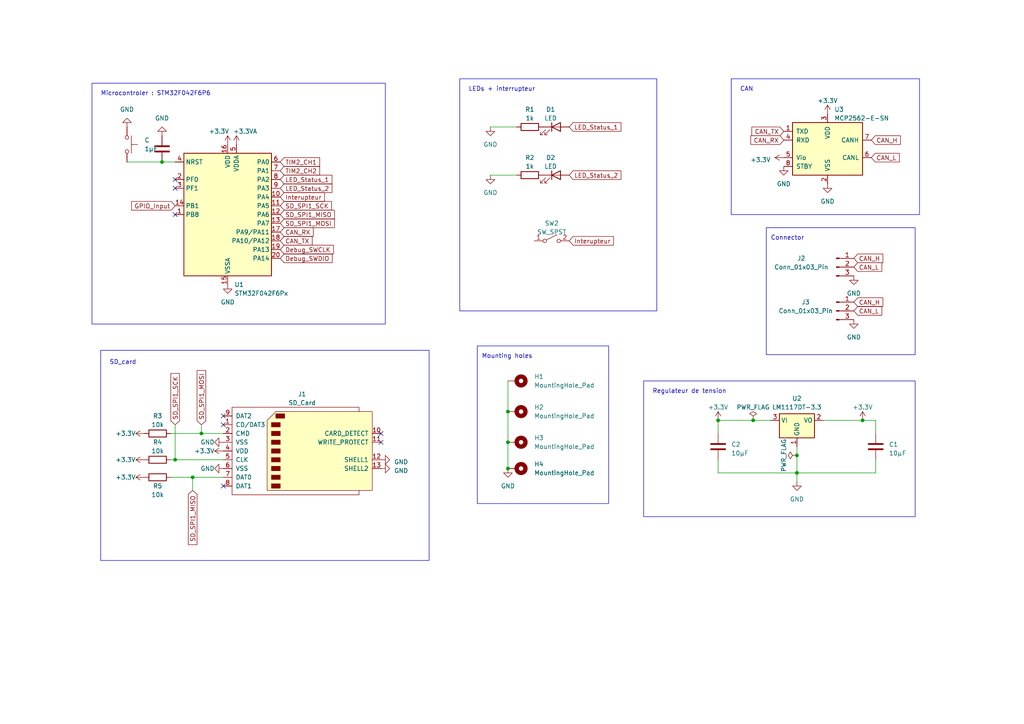
<source format=kicad_sch>
(kicad_sch (version 20230121) (generator eeschema)
  (paper "A4")
  (title_block (title "Datalogger_Projet1A") (date "2026-02-11") (rev "1.0") (company "ENSEA"))
  (lib_symbols
    (symbol "Connector:Conn_01x03_Pin" (pin_names (offset 1.016) hide)
      (property "Reference" "J" (at 0 5.08 0))
      (property "Value" "Conn_01x03_Pin" (at 0 -5.08 0))
      (symbol "Conn_01x03_Pin_1_1"
        (polyline (pts (xy 1.27 -2.54) (xy 0.8636 -2.54)) (stroke (width 0.1524)))
        (polyline (pts (xy 1.27 0) (xy 0.8636 0)) (stroke (width 0.1524)))
        (polyline (pts (xy 1.27 2.54) (xy 0.8636 2.54)) (stroke (width 0.1524)))
        (rectangle (start 0.8636 -2.413) (end 0 -2.667) (stroke (width 0.1524)) (fill (type outline)))
        (rectangle (start 0.8636 0.127) (end 0 -0.127) (stroke (width 0.1524)) (fill (type outline)))
        (rectangle (start 0.8636 2.667) (end 0 2.413) (stroke (width 0.1524)) (fill (type outline)))
        (pin passive line (at 5.08 2.54 180) (length 3.81) (name "Pin_1") (number "1"))
        (pin passive line (at 5.08 0 180) (length 3.81) (name "Pin_2") (number "2"))
        (pin passive line (at 5.08 -2.54 180) (length 3.81) (name "Pin_3") (number "3"))
      )
    )
    (symbol "Connector:SD_Card" (pin_names (offset 1.016))
      (property "Reference" "J" (at -16.51 13.97 0))
      (property "Value" "SD_Card" (at 15.24 -13.97 0))
      (symbol "SD_Card_0_1"
        (rectangle (start -8.89 -9.525) (end -6.35 -10.795) (fill (type outline)))
        (rectangle (start -8.89 -6.985) (end -6.35 -8.255) (fill (type outline)))
        (rectangle (start -8.89 -4.445) (end -6.35 -5.715) (fill (type outline)))
        (rectangle (start -8.89 -1.905) (end -6.35 -3.175) (fill (type outline)))
        (rectangle (start -8.89 0.635) (end -6.35 -0.635) (fill (type outline)))
        (rectangle (start -8.89 3.175) (end -6.35 1.905) (fill (type outline)))
        (rectangle (start -8.89 5.715) (end -6.35 4.445) (fill (type outline)))
        (rectangle (start -8.89 8.255) (end -6.35 6.985) (fill (type outline)))
        (rectangle (start -7.62 10.795) (end -5.08 9.525) (fill (type outline)))
        (polyline (pts (xy -10.16 8.89) (xy -7.62 11.43) (xy 20.32 11.43) (xy 20.32 -11.43) (xy -10.16 -11.43) (xy -10.16 8.89)) (fill (type background)))
        (polyline (pts (xy 16.51 11.43) (xy 16.51 12.7) (xy -20.32 12.7) (xy -20.32 -12.7) (xy 16.51 -12.7) (xy 16.51 -11.43)))
      )
      (symbol "SD_Card_1_1"
        (pin input line (at -22.86 7.62 0) (length 2.54) (name "CD/DAT3") (number "1"))
        (pin input line (at 22.86 5.08 180) (length 2.54) (name "CARD_DETECT") (number "10"))
        (pin input line (at 22.86 2.54 180) (length 2.54) (name "WRITE_PROTECT") (number "11"))
        (pin input line (at 22.86 -2.54 180) (length 2.54) (name "SHELL1") (number "12"))
        (pin input line (at 22.86 -5.08 180) (length 2.54) (name "SHELL2") (number "13"))
        (pin input line (at -22.86 5.08 0) (length 2.54) (name "CMD") (number "2"))
        (pin power_in line (at -22.86 2.54 0) (length 2.54) (name "VSS") (number "3"))
        (pin power_in line (at -22.86 0 0) (length 2.54) (name "VDD") (number "4"))
        (pin input line (at -22.86 -2.54 0) (length 2.54) (name "CLK") (number "5"))
        (pin power_in line (at -22.86 -5.08 0) (length 2.54) (name "VSS") (number "6"))
        (pin input line (at -22.86 -7.62 0) (length 2.54) (name "DAT0") (number "7"))
        (pin input line (at -22.86 -10.16 0) (length 2.54) (name "DAT1") (number "8"))
        (pin input line (at -22.86 10.16 0) (length 2.54) (name "DAT2") (number "9"))
      )
    )
    (symbol "Device:C" (pin_numbers hide) (pin_names (offset 0.254))
      (property "Reference" "C" (at 0.635 2.54 0))
      (property "Value" "C" (at 0.635 -2.54 0))
      (symbol "C_0_1"
        (polyline (pts (xy -2.032 -0.762) (xy 2.032 -0.762)) (stroke (width 0.508)))
        (polyline (pts (xy -2.032 0.762) (xy 2.032 0.762)) (stroke (width 0.508)))
      )
      (symbol "C_1_1"
        (pin passive line (at 0 3.81 270) (length 2.794) (name "~") (number "1"))
        (pin passive line (at 0 -3.81 90) (length 2.794) (name "~") (number "2"))
      )
    )
    (symbol "Device:LED" (pin_numbers hide) (pin_names (offset 1.016) hide)
      (property "Reference" "D" (at 0 2.54 0))
      (property "Value" "LED" (at 0 -2.54 0))
      (symbol "LED_0_1"
        (polyline (pts (xy -1.27 -1.27) (xy -1.27 1.27)) (stroke (width 0.254)))
        (polyline (pts (xy -1.27 0) (xy 1.27 0)))
        (polyline (pts (xy 1.27 -1.27) (xy 1.27 1.27) (xy -1.27 0) (xy 1.27 -1.27)) (stroke (width 0.254)))
        (polyline (pts (xy -3.048 -0.762) (xy -4.572 -2.286) (xy -3.81 -2.286) (xy -4.572 -2.286) (xy -4.572 -1.524)))
        (polyline (pts (xy -1.778 -0.762) (xy -3.302 -2.286) (xy -2.54 -2.286) (xy -3.302 -2.286) (xy -3.302 -1.524)))
      )
      (symbol "LED_1_1"
        (pin passive line (at -3.81 0 0) (length 2.54) (name "K") (number "1"))
        (pin passive line (at 3.81 0 180) (length 2.54) (name "A") (number "2"))
      )
    )
    (symbol "Device:R" (pin_numbers hide) (pin_names (offset 0))
      (property "Reference" "R" (at 2.032 0 90))
      (property "Value" "R" (at 0 0 90))
      (symbol "R_0_1"
        (rectangle (start -1.016 -2.54) (end 1.016 2.54) (stroke (width 0.254)))
      )
      (symbol "R_1_1"
        (pin passive line (at 0 3.81 270) (length 1.27) (name "~") (number "1"))
        (pin passive line (at 0 -3.81 90) (length 1.27) (name "~") (number "2"))
      )
    )
    (symbol "Interface_CAN_LIN:MCP2562-E-SN" (pin_names (offset 1.016))
      (property "Reference" "U" (at -10.16 8.89 0))
      (property "Value" "MCP2562-E-SN" (at 2.54 8.89 0))
      (symbol "MCP2562-E-SN_0_1"
        (rectangle (start -10.16 7.62) (end 10.16 -7.62) (stroke (width 0.254)) (fill (type background)))
      )
      (symbol "MCP2562-E-SN_1_1"
        (pin input line (at -12.7 5.08 0) (length 2.54) (name "TXD") (number "1"))
        (pin power_in line (at 0 -10.16 90) (length 2.54) (name "VSS") (number "2"))
        (pin power_in line (at 0 10.16 270) (length 2.54) (name "VDD") (number "3"))
        (pin output line (at -12.7 2.54 0) (length 2.54) (name "RXD") (number "4"))
        (pin power_in line (at -12.7 -2.54 0) (length 2.54) (name "Vio") (number "5"))
        (pin bidirectional line (at 12.7 -2.54 180) (length 2.54) (name "CANL") (number "6"))
        (pin bidirectional line (at 12.7 2.54 180) (length 2.54) (name "CANH") (number "7"))
        (pin input line (at -12.7 -5.08 0) (length 2.54) (name "STBY") (number "8"))
      )
    )
    (symbol "MCU_ST_STM32F0:STM32F042F6Px"
      (property "Reference" "U" (at -12.7 19.05 0))
      (property "Value" "STM32F042F6Px" (at 5.08 19.05 0))
      (symbol "STM32F042F6Px_0_1"
        (rectangle (start -12.7 -17.78) (end 12.7 17.78) (stroke (width 0.254)) (fill (type background)))
      )
      (symbol "STM32F042F6Px_1_1"
        (pin bidirectional line (at -15.24 0 0) (length 2.54) (name "PB8") (number "1"))
        (pin bidirectional line (at 15.24 5.08 180) (length 2.54) (name "PA4") (number "10"))
        (pin bidirectional line (at 15.24 2.54 180) (length 2.54) (name "PA5") (number "11"))
        (pin bidirectional line (at 15.24 0 180) (length 2.54) (name "PA6") (number "12"))
        (pin bidirectional line (at 15.24 -2.54 180) (length 2.54) (name "PA7") (number "13"))
        (pin bidirectional line (at -15.24 2.54 0) (length 2.54) (name "PB1") (number "14"))
        (pin power_in line (at 0 -20.32 90) (length 2.54) (name "VSSA") (number "15"))
        (pin power_in line (at 0 20.32 270) (length 2.54) (name "VDD") (number "16"))
        (pin bidirectional line (at 15.24 -5.08 180) (length 2.54) (name "PA9/PA11") (number "17"))
        (pin bidirectional line (at 15.24 -7.62 180) (length 2.54) (name "PA10/PA12") (number "18"))
        (pin bidirectional line (at 15.24 -10.16 180) (length 2.54) (name "PA13") (number "19"))
        (pin bidirectional line (at -15.24 10.16 0) (length 2.54) (name "PF0") (number "2"))
        (pin bidirectional line (at 15.24 -12.7 180) (length 2.54) (name "PA14") (number "20"))
        (pin bidirectional line (at -15.24 7.62 0) (length 2.54) (name "PF1") (number "3"))
        (pin input line (at -15.24 15.24 0) (length 2.54) (name "NRST") (number "4"))
        (pin power_in line (at 2.54 20.32 270) (length 2.54) (name "VDDA") (number "5"))
        (pin bidirectional line (at 15.24 15.24 180) (length 2.54) (name "PA0") (number "6"))
        (pin bidirectional line (at 15.24 12.7 180) (length 2.54) (name "PA1") (number "7"))
        (pin bidirectional line (at 15.24 10.16 180) (length 2.54) (name "PA2") (number "8"))
        (pin bidirectional line (at 15.24 7.62 180) (length 2.54) (name "PA3") (number "9"))
      )
    )
    (symbol "Mechanical:MountingHole_Pad" (pin_numbers hide) (pin_names (offset 1.016) hide)
      (property "Reference" "H" (at 0 6.35 0))
      (property "Value" "MountingHole_Pad" (at 0 4.445 0))
      (symbol "MountingHole_Pad_0_1"
        (circle (center 0 1.27) (radius 1.27) (stroke (width 1.27)))
      )
      (symbol "MountingHole_Pad_1_1"
        (pin input line (at 0 -2.54 90) (length 2.54) (name "1") (number "1"))
      )
    )
    (symbol "Regulator_Linear:LM1117DT-3.3"
      (property "Reference" "U" (at -3.81 3.175 0))
      (property "Value" "LM1117DT-3.3" (at 0 3.175 0))
      (symbol "LM1117DT-3.3_0_1"
        (rectangle (start -5.08 -5.08) (end 5.08 1.905) (stroke (width 0.254)) (fill (type background)))
      )
      (symbol "LM1117DT-3.3_1_1"
        (pin power_in line (at 0 -7.62 90) (length 2.54) (name "GND") (number "1"))
        (pin power_out line (at 7.62 0 180) (length 2.54) (name "VO") (number "2"))
        (pin power_in line (at -7.62 0 0) (length 2.54) (name "VI") (number "3"))
      )
    )
    (symbol "Switch:SW_Push" (pin_numbers hide) (pin_names (offset 1.016) hide)
      (property "Reference" "SW" (at 1.27 2.54 0))
      (property "Value" "SW_Push" (at 0 -1.524 0))
      (symbol "SW_Push_0_1"
        (circle (center -2.032 0) (radius 0.508))
        (polyline (pts (xy 0 1.27) (xy 0 3.048)))
        (polyline (pts (xy 2.54 1.27) (xy -2.54 1.27)))
        (circle (center 2.032 0) (radius 0.508))
        (pin passive line (at -5.08 0 0) (length 2.54) (name "1") (number "1"))
        (pin passive line (at 5.08 0 180) (length 2.54) (name "2") (number "2"))
      )
    )
    (symbol "Switch:SW_SPST" (pin_names (offset 0) hide)
      (property "Reference" "SW" (at 0 3.175 0))
      (property "Value" "SW_SPST" (at 0 -2.54 0))
      (symbol "SW_SPST_0_0"
        (circle (center -2.032 0) (radius 0.508))
        (polyline (pts (xy -1.524 0.254) (xy 1.524 1.778)))
        (circle (center 2.032 0) (radius 0.508))
      )
      (symbol "SW_SPST_1_1"
        (pin passive line (at -5.08 0 0) (length 2.54) (name "A") (number "1"))
        (pin passive line (at 5.08 0 180) (length 2.54) (name "B") (number "2"))
      )
    )
    (symbol "power:+3.3V" (power) (pin_names (offset 0))
      (property "Value" "+3.3V" (at 0 3.556 0))
      (symbol "+3.3V_0_1"
        (polyline (pts (xy -0.762 1.27) (xy 0 2.54)))
        (polyline (pts (xy 0 0) (xy 0 2.54)))
        (polyline (pts (xy 0 2.54) (xy 0.762 1.27)))
      )
      (symbol "+3.3V_1_1"
        (pin power_in line (at 0 0 90) (length 0) hide (name "+3.3V") (number "1"))
      )
    )
    (symbol "power:+3.3VA" (power) (pin_names (offset 0))
      (property "Value" "+3.3VA" (at 0 3.556 0))
      (symbol "+3.3VA_0_1"
        (polyline (pts (xy -0.762 1.27) (xy 0 2.54)))
        (polyline (pts (xy 0 0) (xy 0 2.54)))
        (polyline (pts (xy 0 2.54) (xy 0.762 1.27)))
      )
      (symbol "+3.3VA_1_1"
        (pin power_in line (at 0 0 90) (length 0) hide (name "+3.3VA") (number "1"))
      )
    )
    (symbol "power:GND" (power) (pin_names (offset 0))
      (property "Value" "GND" (at 0 -3.81 0))
      (symbol "GND_0_1"
        (polyline (pts (xy 0 0) (xy 0 -1.27) (xy 1.27 -1.27) (xy 0 -2.54) (xy -1.27 -1.27) (xy 0 -1.27)))
      )
      (symbol "GND_1_1"
        (pin power_in line (at 0 0 270) (length 0) hide (name "GND") (number "1"))
      )
    )
    (symbol "power:PWR_FLAG" (power) (pin_numbers hide) (pin_names (offset 0) hide)
      (property "Value" "PWR_FLAG" (at 0 3.81 0))
      (symbol "PWR_FLAG_0_0"
        (pin power_out line (at 0 0 90) (length 0) (name "pwr") (number "1"))
      )
      (symbol "PWR_FLAG_0_1"
        (polyline (pts (xy 0 0) (xy 0 1.27) (xy -1.016 1.905) (xy 0 2.54) (xy 1.016 1.905) (xy 0 1.27)))
      )
    )
  )
  (junction (at 218.44 121.92))
  (junction (at 50.8 133.35))
  (junction (at 55.88 138.43))
  (junction (at 147.32 119.38))
  (junction (at 208.28 121.92))
  (junction (at 250.19 121.92))
  (junction (at 231.14 132.08))
  (junction (at 147.32 128.27))
  (junction (at 58.42 125.73))
  (junction (at 231.14 137.16))
  (junction (at 147.32 135.89))
  (junction (at 46.99 46.99))
  (no_connect (at 64.77 123.19))
  (no_connect (at 64.77 140.97))
  (no_connect (at 50.8 62.23))
  (no_connect (at 50.8 54.61))
  (no_connect (at 110.49 128.27))
  (no_connect (at 64.77 120.65))
  (no_connect (at 50.8 52.07))
  (no_connect (at 110.49 125.73))
  (wire (pts (xy 231.14 129.54) (xy 231.14 132.08)))
  (wire (pts (xy 49.53 125.73) (xy 58.42 125.73)))
  (wire (pts (xy 208.28 125.73) (xy 208.28 121.92)))
  (wire (pts (xy 147.32 119.38) (xy 147.32 128.27)))
  (wire (pts (xy 231.14 132.08) (xy 231.14 137.16)))
  (wire (pts (xy 142.24 36.83) (xy 149.86 36.83)))
  (wire (pts (xy 218.44 121.92) (xy 223.52 121.92)))
  (wire (pts (xy 49.53 138.43) (xy 55.88 138.43)))
  (wire (pts (xy 55.88 138.43) (xy 55.88 142.24)))
  (wire (pts (xy 58.42 123.19) (xy 58.42 125.73)))
  (wire (pts (xy 55.88 138.43) (xy 64.77 138.43)))
  (wire (pts (xy 142.24 50.8) (xy 149.86 50.8)))
  (wire (pts (xy 231.14 137.16) (xy 254 137.16)))
  (wire (pts (xy 238.76 121.92) (xy 250.19 121.92)))
  (wire (pts (xy 208.28 137.16) (xy 231.14 137.16)))
  (wire (pts (xy 147.32 110.49) (xy 147.32 119.38)))
  (wire (pts (xy 254 137.16) (xy 254 133.35)))
  (wire (pts (xy 254 125.73) (xy 254 121.92)))
  (wire (pts (xy 46.99 46.99) (xy 50.8 46.99)))
  (wire (pts (xy 231.14 139.7) (xy 231.14 137.16)))
  (wire (pts (xy 36.83 46.99) (xy 46.99 46.99)))
  (wire (pts (xy 208.28 137.16) (xy 208.28 133.35)))
  (wire (pts (xy 50.8 123.19) (xy 50.8 133.35)))
  (wire (pts (xy 49.53 133.35) (xy 50.8 133.35)))
  (wire (pts (xy 50.8 133.35) (xy 64.77 133.35)))
  (wire (pts (xy 254 121.92) (xy 250.19 121.92)))
  (wire (pts (xy 208.28 121.92) (xy 218.44 121.92)))
  (wire (pts (xy 147.32 128.27) (xy 147.32 135.89)))
  (wire (pts (xy 58.42 125.73) (xy 64.77 125.73)))
  (rectangle (start 29.21 101.6) (end 124.46 162.56))
  (rectangle (start 133.35 22.86) (end 190.5 90.17))
  (rectangle (start 138.43 100.33) (end 176.53 146.05))
  (rectangle (start 26.67 24.13) (end 111.76 93.98))
  (rectangle (start 222.25 66.04) (end 265.43 102.87))
  (rectangle (start 212.09 22.86) (end 266.7 62.23))
  (rectangle (start 186.69 110.49) (end 265.43 149.86))
  (text "Mounting holes\n" (at 139.7 104.14 0) (effects (font (size 1.27 1.27)) (justify left bottom)))
  (text "SD_card\n\n" (at 31.75 107.95 0) (effects (font (size 1.27 1.27)) (justify left bottom)))
  (text "Connector\n" (at 223.52 69.85 0) (effects (font (size 1.27 1.27)) (justify left bottom)))
  (text "CAN\n" (at 214.63 26.67 0) (effects (font (size 1.27 1.27)) (justify left bottom)))
  (text "LEDs + interrupteur\n" (at 135.89 26.67 0) (effects (font (size 1.27 1.27)) (justify left bottom)))
  (text "Regulateur de tension\n" (at 189.23 114.3 0) (effects (font (size 1.27 1.27)) (justify left bottom)))
  (text "Microcontroler : STM32F042F6P6" (at 29.21 27.94 0) (effects (font (size 1.27 1.27)) (justify left bottom)))
  (global_label "LED_Status_1" (shape input) (at 165.1 36.83 0) (property "Intersheetrefs" "${INTERSHEET_REFS}" (effects hide)))
  (global_label "CAN_L" (shape input) (at 247.65 90.17 0) (property "Intersheetrefs" "${INTERSHEET_REFS}" (effects hide)))
  (global_label "CAN_TX" (shape input) (at 81.28 69.85 0) (property "Intersheetrefs" "${INTERSHEET_REFS}" (effects hide)))
  (global_label "CAN_L" (shape input) (at 247.65 77.47 0) (property "Intersheetrefs" "${INTERSHEET_REFS}" (effects hide)))
  (global_label "CAN_H" (shape input) (at 247.65 87.63 0) (property "Intersheetrefs" "${INTERSHEET_REFS}" (effects hide)))
  (global_label "SD_SPI1_MOSI" (shape input) (at 58.42 123.19 90) (property "Intersheetrefs" "${INTERSHEET_REFS}" (effects hide)))
  (global_label "Interupteur" (shape input) (at 81.28 57.15 0) (property "Intersheetrefs" "${INTERSHEET_REFS}" (effects hide)))
  (global_label "SD_SPI1_MOSI" (shape input) (at 81.28 64.77 0) (property "Intersheetrefs" "${INTERSHEET_REFS}" (effects hide)))
  (global_label "LED_Status_1" (shape input) (at 81.28 52.07 0) (property "Intersheetrefs" "${INTERSHEET_REFS}" (effects hide)))
  (global_label "LED_Status_2" (shape input) (at 165.1 50.8 0) (property "Intersheetrefs" "${INTERSHEET_REFS}" (effects hide)))
  (global_label "Interupteur" (shape input) (at 165.1 69.85 0) (property "Intersheetrefs" "${INTERSHEET_REFS}" (effects hide)))
  (global_label "SD_SPI1_SCK" (shape input) (at 50.8 123.19 90) (property "Intersheetrefs" "${INTERSHEET_REFS}" (effects hide)))
  (global_label "CAN_RX" (shape input) (at 81.28 67.31 0) (property "Intersheetrefs" "${INTERSHEET_REFS}" (effects hide)))
  (global_label "CAN_RX" (shape input) (at 227.33 40.64 180) (property "Intersheetrefs" "${INTERSHEET_REFS}" (effects hide)))
  (global_label "Debug_SWCLK" (shape input) (at 81.28 72.39 0) (property "Intersheetrefs" "${INTERSHEET_REFS}" (effects hide)))
  (global_label "SD_SPI1_MISO" (shape input) (at 81.28 62.23 0) (property "Intersheetrefs" "${INTERSHEET_REFS}" (effects hide)))
  (global_label "SD_SPI1_SCK" (shape input) (at 81.28 59.69 0) (property "Intersheetrefs" "${INTERSHEET_REFS}" (effects hide)))
  (global_label "Debug_SWDIO" (shape input) (at 81.28 74.93 0) (property "Intersheetrefs" "${INTERSHEET_REFS}" (effects hide)))
  (global_label "CAN_H" (shape input) (at 247.65 74.93 0) (property "Intersheetrefs" "${INTERSHEET_REFS}" (effects hide)))
  (global_label "SD_SPI1_MISO" (shape input) (at 55.88 142.24 270) (property "Intersheetrefs" "${INTERSHEET_REFS}" (effects hide)))
  (global_label "TIM2_CH1" (shape input) (at 81.28 46.99 0) (property "Intersheetrefs" "${INTERSHEET_REFS}" (effects hide)))
  (global_label "GPIO_Input" (shape input) (at 50.8 59.69 180) (property "Intersheetrefs" "${INTERSHEET_REFS}" (effects hide)))
  (global_label "LED_Status_2" (shape input) (at 81.28 54.61 0) (property "Intersheetrefs" "${INTERSHEET_REFS}" (effects hide)))
  (global_label "CAN_H" (shape input) (at 252.73 40.64 0) (property "Intersheetrefs" "${INTERSHEET_REFS}" (effects hide)))
  (global_label "CAN_L" (shape input) (at 252.73 45.72 0) (property "Intersheetrefs" "${INTERSHEET_REFS}" (effects hide)))
  (global_label "CAN_TX" (shape input) (at 227.33 38.1 180) (property "Intersheetrefs" "${INTERSHEET_REFS}" (effects hide)))
  (global_label "TIM2_CH2" (shape input) (at 81.28 49.53 0) (property "Intersheetrefs" "${INTERSHEET_REFS}" (effects hide)))
  (symbol (lib_id "power:GND") (at 142.24 50.8 0) (unit 1)
    (property "Reference" "#PWR07" (effects hide))
    (property "Value" "GND" (at 142.24 55.88 0))
  )
  (symbol (lib_id "power:GND") (at 247.65 80.01 0) (unit 1)
    (property "Reference" "#PWR017" (effects hide))
    (property "Value" "GND" (at 247.65 85.09 0))
  )
  (symbol (lib_id "power:GND") (at 227.33 48.26 0) (unit 1)
    (property "Reference" "#PWR022" (effects hide))
    (property "Value" "GND" (at 227.33 53.34 0))
  )
  (symbol (lib_id "Device:R") (at 45.72 133.35 270) (unit 1)
    (property "Reference" "R4" (at 45.72 128.27 90))
    (property "Value" "10k" (at 45.72 130.81 90))
  )
  (symbol (lib_id "power:+3.3V") (at 227.33 45.72 90) (unit 1)
    (property "Reference" "#PWR021" (effects hide))
    (property "Value" "+3.3V" (at 223.52 46.355 90) (effects (justify left)))
  )
  (symbol (lib_id "Mechanical:MountingHole_Pad") (at 149.86 110.49 270) (unit 1)
    (property "Reference" "H1" (at 154.94 109.22 90) (effects (justify left)))
    (property "Value" "MountingHole_Pad" (at 154.94 111.76 90) (effects (justify left)))
  )
  (symbol (lib_id "power:+3.3V") (at 240.03 33.02 0) (unit 1)
    (property "Reference" "#PWR020" (effects hide))
    (property "Value" "+3.3V" (at 240.03 29.21 0))
  )
  (symbol (lib_id "power:GND") (at 147.32 135.89 0) (unit 1)
    (property "Reference" "#PWR016" (effects hide))
    (property "Value" "GND" (at 147.32 140.97 0))
  )
  (symbol (lib_id "power:+3.3V") (at 41.91 133.35 90) (unit 1)
    (property "Reference" "#PWR014" (effects hide))
    (property "Value" "+3.3V" (at 39.37 133.35 90) (effects (justify left)))
  )
  (symbol (lib_id "Device:LED") (at 161.29 50.8 0) (unit 1)
    (property "Reference" "D2" (at 159.7025 45.72 0))
    (property "Value" "LED" (at 159.7025 48.26 0))
  )
  (symbol (lib_id "power:+3.3VA") (at 68.58 41.91 0) (unit 1)
    (property "Reference" "#PWR02" (effects hide))
    (property "Value" "+3.3VA" (at 71.12 38.1 0))
  )
  (symbol (lib_id "Connector:Conn_01x03_Pin") (at 242.57 77.47 0) (unit 1)
    (property "Reference" "J2" (at 232.41 74.93 0))
    (property "Value" "Conn_01x03_Pin" (at 232.41 77.47 0))
  )
  (symbol (lib_id "Device:C") (at 46.99 43.18 180) (unit 1)
    (property "Reference" "C" (at 41.91 40.64 0) (effects (justify right)))
    (property "Value" "1µF" (at 41.91 43.18 0) (effects (justify right)))
  )
  (symbol (lib_id "Interface_CAN_LIN:MCP2562-E-SN") (at 240.03 43.18 0) (unit 1)
    (property "Reference" "U3" (at 241.9859 31.75 0) (effects (justify left)))
    (property "Value" "MCP2562-E-SN" (at 241.9859 34.29 0) (effects (justify left)))
    (property "Footprint" "Package_SO:SOIC-8_3.9x4.9mm_P1.27mm" (effects hide))
    (property "Datasheet" "http://ww1.microchip.com/downloads/en/DeviceDoc/25167A.pdf" (effects hide))
  )
  (symbol (lib_id "Device:R") (at 153.67 36.83 270) (unit 1)
    (property "Reference" "R1" (at 153.67 31.75 90))
    (property "Value" "1k" (at 153.67 34.29 90))
  )
  (symbol (lib_id "Switch:SW_SPST") (at 160.02 69.85 0) (unit 1)
    (property "Reference" "SW2" (at 160.02 64.77 0))
    (property "Value" "SW_SPST" (at 160.02 67.31 0))
  )
  (symbol (lib_id "power:+3.3V") (at 41.91 138.43 90) (unit 1)
    (property "Reference" "#PWR015" (effects hide))
    (property "Value" "+3.3V" (at 39.37 138.43 90) (effects (justify left)))
  )
  (symbol (lib_id "power:PWR_FLAG") (at 218.44 121.92 0) (unit 1)
    (property "Reference" "#FLG03" (effects hide))
    (property "Value" "PWR_FLAG" (at 218.44 118.11 0))
  )
  (symbol (lib_id "MCU_ST_STM32F0:STM32F042F6Px") (at 66.04 62.23 0) (unit 1)
    (property "Reference" "U1" (at 67.9959 82.55 0) (effects (justify left)))
    (property "Value" "STM32F042F6Px" (at 67.9959 85.09 0) (effects (justify left)))
    (property "Footprint" "Package_SO:TSSOP-20_4.4x6.5mm_P0.65mm" (effects hide))
    (property "Datasheet" "https://www.st.com/resource/en/datasheet/stm32f042f6.pdf" (effects hide))
  )
  (symbol (lib_id "power:+3.3V") (at 250.19 121.92 0) (unit 1)
    (property "Reference" "#PWR029" (effects hide))
    (property "Value" "+3.3V" (at 250.19 118.11 0))
  )
  (symbol (lib_id "power:GND") (at 110.49 135.89 90) (mirror x) (unit 1)
    (property "Reference" "#PWR012" (effects hide))
    (property "Value" "GND" (at 114.3 136.525 90) (effects (justify right)))
  )
  (symbol (lib_id "Device:R") (at 45.72 138.43 270) (unit 1)
    (property "Reference" "R5" (at 45.72 140.97 90))
    (property "Value" "10k" (at 45.72 143.51 90))
  )
  (symbol (lib_id "power:+3.3V") (at 41.91 125.73 90) (unit 1)
    (property "Reference" "#PWR013" (effects hide))
    (property "Value" "+3.3V" (at 39.37 125.73 90) (effects (justify left)))
  )
  (symbol (lib_id "Mechanical:MountingHole_Pad") (at 149.86 128.27 270) (unit 1)
    (property "Reference" "H3" (at 154.94 127 90) (effects (justify left)))
    (property "Value" "MountingHole_Pad" (at 154.94 129.54 90) (effects (justify left)))
  )
  (symbol (lib_id "power:GND") (at 240.03 53.34 0) (unit 1)
    (property "Reference" "#PWR019" (effects hide))
    (property "Value" "GND" (at 240.03 58.42 0))
  )
  (symbol (lib_id "power:GND") (at 247.65 92.71 0) (unit 1)
    (property "Reference" "#PWR018" (effects hide))
    (property "Value" "GND" (at 247.65 97.79 0))
  )
  (symbol (lib_id "Mechanical:MountingHole_Pad") (at 149.86 119.38 270) (unit 1)
    (property "Reference" "H2" (at 154.94 118.11 90) (effects (justify left)))
    (property "Value" "MountingHole_Pad" (at 154.94 120.65 90) (effects (justify left)))
  )
  (symbol (lib_id "power:GND") (at 231.14 139.7 0) (unit 1)
    (property "Reference" "#PWR023" (effects hide))
    (property "Value" "GND" (at 231.14 144.78 0))
  )
  (symbol (lib_id "Connector:SD_Card") (at 87.63 130.81 0) (unit 1)
    (property "Reference" "J1" (at 87.63 114.3 0))
    (property "Value" "SD_Card" (at 87.63 116.84 0))
    (property "Datasheet" "http://portal.fciconnect.com/Comergent//fci/drawing/10067847.pdf" (effects hide))
  )
  (symbol (lib_id "power:GND") (at 142.24 36.83 0) (unit 1)
    (property "Reference" "#PWR06" (effects hide))
    (property "Value" "GND" (at 142.24 41.91 0))
  )
  (symbol (lib_id "Device:C") (at 254 129.54 0) (unit 1)
    (property "Reference" "C1" (at 257.81 128.905 0) (effects (justify left)))
    (property "Value" "10µF" (at 257.81 131.445 0) (effects (justify left)))
  )
  (symbol (lib_id "Device:R") (at 45.72 125.73 270) (unit 1)
    (property "Reference" "R3" (at 45.72 120.65 90))
    (property "Value" "10k" (at 45.72 123.19 90))
  )
  (symbol (lib_id "Device:C") (at 208.28 129.54 0) (unit 1)
    (property "Reference" "C2" (at 212.09 128.905 0) (effects (justify left)))
    (property "Value" "10µF" (at 212.09 131.445 0) (effects (justify left)))
  )
  (symbol (lib_id "power:+3.3V") (at 64.77 130.81 90) (unit 1)
    (property "Reference" "#PWR09" (effects hide))
    (property "Value" "+3.3V" (at 62.23 130.81 90) (effects (justify left)))
  )
  (symbol (lib_id "power:GND") (at 36.83 36.83 180) (unit 1)
    (property "Reference" "#PWR05" (effects hide))
    (property "Value" "GND" (at 36.83 31.75 0))
  )
  (symbol (lib_id "Switch:SW_Push") (at 36.83 41.91 270) (unit 1)
    (property "Reference" "SW1" (effects hide))
    (property "Value" "SW_Push" (effects hide))
  )
  (symbol (lib_id "power:+3.3V") (at 208.28 121.92 0) (unit 1)
    (property "Reference" "#PWR024" (effects hide))
    (property "Value" "+3.3V" (at 208.28 118.11 0))
  )
  (symbol (lib_id "power:PWR_FLAG") (at 231.14 132.08 90) (mirror x) (unit 1)
    (property "Reference" "#FLG04" (effects hide))
    (property "Value" "PWR_FLAG" (at 227.33 132.08 0))
  )
  (symbol (lib_id "power:GND") (at 66.04 82.55 0) (unit 1)
    (property "Reference" "#PWR03" (effects hide))
    (property "Value" "GND" (at 66.04 87.63 0))
  )
  (symbol (lib_id "Device:R") (at 153.67 50.8 270) (unit 1)
    (property "Reference" "R2" (at 153.67 45.72 90))
    (property "Value" "1k" (at 153.67 48.26 90))
  )
  (symbol (lib_id "Regulator_Linear:LM1117DT-3.3") (at 231.14 121.92 0) (unit 1)
    (property "Reference" "U2" (at 231.14 115.57 0))
    (property "Value" "LM1117DT-3.3" (at 231.14 118.11 0))
    (property "Footprint" "Package_TO_SOT_SMD:TO-252-3_TabPin2" (effects hide))
    (property "Datasheet" "http://www.ti.com/lit/ds/symlink/lm1117.pdf" (effects hide))
  )
  (symbol (lib_id "power:+3.3V") (at 66.04 41.91 0) (unit 1)
    (property "Reference" "#PWR01" (effects hide))
    (property "Value" "+3.3V" (at 63.5 38.1 0))
  )
  (symbol (lib_id "Connector:Conn_01x03_Pin") (at 242.57 90.17 0) (unit 1)
    (property "Reference" "J3" (at 233.68 87.63 0))
    (property "Value" "Conn_01x03_Pin" (at 233.68 90.17 0))
  )
  (symbol (lib_id "power:GND") (at 64.77 128.27 270) (unit 1)
    (property "Reference" "#PWR08" (effects hide))
    (property "Value" "GND" (at 62.23 128.27 90) (effects (justify right)))
  )
  (symbol (lib_id "power:GND") (at 110.49 133.35 90) (mirror x) (unit 1)
    (property "Reference" "#PWR011" (effects hide))
    (property "Value" "GND" (at 114.3 133.985 90) (effects (justify right)))
  )
  (symbol (lib_id "Device:LED") (at 161.29 36.83 0) (unit 1)
    (property "Reference" "D1" (at 159.7025 31.75 0))
    (property "Value" "LED" (at 159.7025 34.29 0))
  )
  (symbol (lib_id "Mechanical:MountingHole_Pad") (at 149.86 135.89 270) (unit 1)
    (property "Reference" "H4" (at 154.94 134.62 90) (effects (justify left)))
    (property "Value" "MountingHole_Pad" (at 154.94 137.16 90) (effects (justify left)))
  )
  (symbol (lib_id "power:GND") (at 64.77 135.89 270) (unit 1)
    (property "Reference" "#PWR010" (effects hide))
    (property "Value" "GND" (at 62.23 135.89 90) (effects (justify right)))
  )
  (symbol (lib_id "power:GND") (at 46.99 39.37 180) (unit 1)
    (property "Reference" "#PWR04" (effects hide))
    (property "Value" "GND" (at 46.99 34.29 0))
  )
)
</source>
